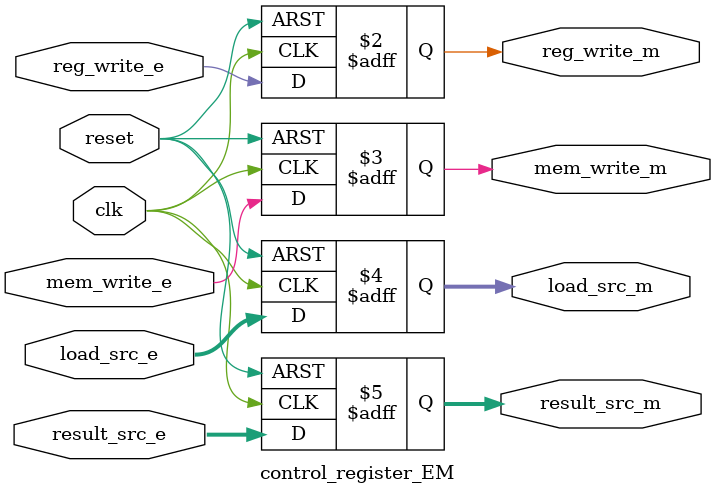
<source format=sv>
`timescale 1ns / 1ps


module control_register_EM (
input logic clk, reset,
input logic reg_write_e, mem_write_e,
input logic [2:0] load_src_e,
input logic [1:0] result_src_e,  
output logic reg_write_m, mem_write_m,
output logic [2:0] load_src_m,
output logic [1:0] result_src_m
    );

always_ff @(posedge clk, posedge reset) 
begin
    if(reset) 
        begin
            reg_write_m <= 0;
            mem_write_m <= 0;
            result_src_m <= 0;
            load_src_m <= 0;
        end
    else 
        begin
            reg_write_m <= reg_write_e;
            mem_write_m <= mem_write_e;
            result_src_m <= result_src_e; 
            load_src_m <= load_src_e;
        end
end

endmodule

</source>
